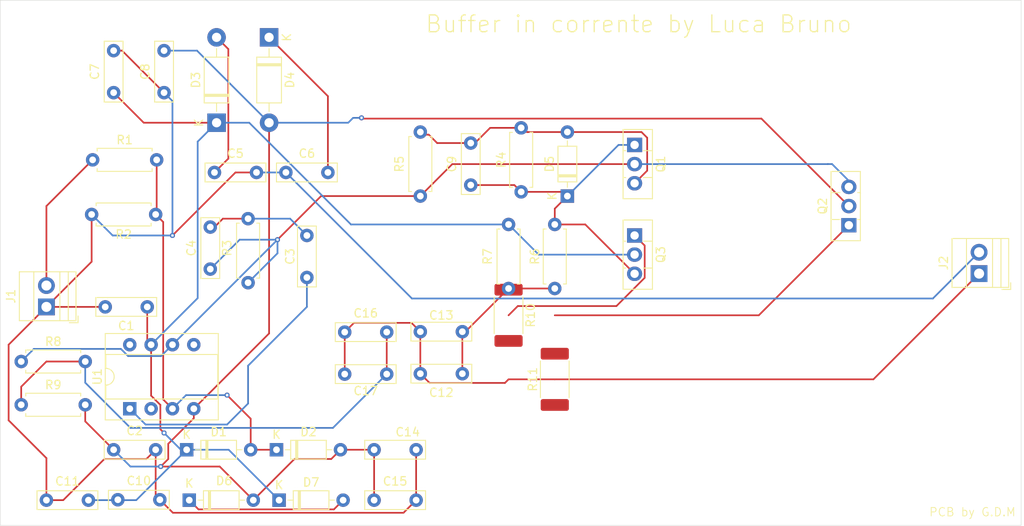
<source format=kicad_pcb>
(kicad_pcb (version 20240108) (generator "pcbnew") (generator_version "8.0")
  (layers (0 "F.Cu" signal) (31 "B.Cu" signal) (34 "B.Paste" user) (35 "F.Paste" user) (36 "B.SilkS" user "B.Silkscreen") (37 "F.SilkS" user "F.Silkscreen") (38 "B.Mask" user) (39 "F.Mask" user) (44 "Edge.Cuts" user))
  (net 0 "")
  (net 1 "+16V")
  (net 2 "GND")
  (net 3 "-16V")
  (net 4 "Net-(C3-Pad2)")
  (net 5 "Net-(U1-BAL1)")
  (net 6 "Net-(Q1-C)")
  (net 7 "VCC")
  (net 8 "VEE")
  (net 9 "Net-(D5-K)")
  (net 10 "Net-(D5-A)")
  (net 11 "Net-(C12-Pad1)")
  (net 12 "Net-(J2-Pin_1)")
  (net 13 "Net-(C16-Pad2)")
  (net 14 "Net-(D1-A)")
  (net 15 "Net-(D6-K)")
  (net 16 "Net-(J1-Pin_2)")
  (net 17 "Net-(Q2-E)")
  (net 18 "Net-(Q3-E)")
  (footprint "Capacitor_THT:C_Rect_L7.0mm_W2.0mm_P5.00mm" (layer "F.Cu") (at 103 74)
    (property "Reference" "C5" (at 2.5 -2.25 0) (layer "F.SilkS"))
    (property "Value" "220nF")
    (pad "1" thru_hole circle (at 0 0) (size 1.6 1.6) (drill 0.8) (layers "*.Cu" "*.Mask") (net 7 "VCC"))
    (pad "2" thru_hole circle (at 5 0) (size 1.6 1.6) (drill 0.8) (layers "*.Cu" "*.Mask") (net 2 "GND"))
  )
  (footprint "Resistor_THT:R_Axial_DIN0207_L6.3mm_D2.5mm_P7.62mm_Horizontal" (layer "F.Cu") (at 139.5 76.31 90)
    (property "Reference" "R4" (at 3.81 -2.37 90) (layer "F.SilkS"))
    (property "Value" "1K")
    (pad "1" thru_hole circle (at 0 0 90) (size 1.6 1.6) (drill 0.8) (layers "*.Cu" "*.Mask") (net 9 "Net-(D5-K)"))
    (pad "2" thru_hole oval (at 7.62 0 90) (size 1.6 1.6) (drill 0.8) (layers "*.Cu" "*.Mask") (net 10 "Net-(D5-A)"))
  )
  (footprint "Capacitor_THT:C_Rect_L7.0mm_W2.0mm_P5.00mm" (layer "F.Cu") (at 133.5 75.5 90)
    (property "Reference" "C9" (at 2.5 -2.25 90) (layer "F.SilkS"))
    (property "Value" "100nF")
    (pad "1" thru_hole circle (at 0 0 90) (size 1.6 1.6) (drill 0.8) (layers "*.Cu" "*.Mask") (net 9 "Net-(D5-K)"))
    (pad "2" thru_hole circle (at 5 0 90) (size 1.6 1.6) (drill 0.8) (layers "*.Cu" "*.Mask") (net 10 "Net-(D5-A)"))
  )
  (footprint "TerminalBlock:TerminalBlock_Xinya_XY308-2.54-2P_1x02_P2.54mm_Horizontal" (layer "F.Cu") (at 83 90 90)
    (property "Reference" "J1" (at 1.27 -4.22 90) (layer "F.SilkS"))
    (property "Value" "INPUT")
    (pad "1" thru_hole rect (at 0 0 90) (size 2 2) (drill 1.2) (layers "*.Cu" "*.Mask") (net 2 "GND"))
    (pad "2" thru_hole circle (at 2.54 0 90) (size 2 2) (drill 1.2) (layers "*.Cu" "*.Mask") (net 16 "Net-(J1-Pin_2)"))
  )
  (footprint "Resistor_SMD:R_2512_6332Metric_Pad1.40x3.35mm_HandSolder" (layer "F.Cu") (at 143.5 98.62 90)
    (property "Reference" "R11" (at 0 -2.62 90) (layer "F.SilkS"))
    (property "Value" "1")
    (pad "1" smd roundrect (at -3.05 0 90) (size 1.4 3.35) (layers "F.Cu" "F.Paste" "F.Mask") (roundrect_rratio 0.178571) (net 12 "Net-(J2-Pin_1)"))
    (pad "2" smd roundrect (at 3.05 0 90) (size 1.4 3.35) (layers "F.Cu" "F.Paste" "F.Mask") (roundrect_rratio 0.178571) (net 17 "Net-(Q2-E)"))
  )
  (footprint "Capacitor_THT:C_Rect_L7.0mm_W2.0mm_P5.00mm" (layer "F.Cu") (at 132.5 97.95 180)
    (property "Reference" "C12" (at 2.5 -2.25 0) (layer "F.SilkS"))
    (property "Value" "100nF")
    (pad "1" thru_hole circle (at 0 0 180) (size 1.6 1.6) (drill 0.8) (layers "*.Cu" "*.Mask") (net 11 "Net-(C12-Pad1)"))
    (pad "2" thru_hole circle (at 5 0 180) (size 1.6 1.6) (drill 0.8) (layers "*.Cu" "*.Mask") (net 12 "Net-(J2-Pin_1)"))
  )
  (footprint "Resistor_THT:R_Axial_DIN0207_L6.3mm_D2.5mm_P7.62mm_Horizontal" (layer "F.Cu") (at 80 101.65)
    (property "Reference" "R9" (at 3.81 -2.37 0) (layer "F.SilkS"))
    (property "Value" "2.2K")
    (pad "1" thru_hole circle (at 0 0) (size 1.6 1.6) (drill 0.8) (layers "*.Cu" "*.Mask") (net 13 "Net-(C16-Pad2)"))
    (pad "2" thru_hole oval (at 7.62 0) (size 1.6 1.6) (drill 0.8) (layers "*.Cu" "*.Mask") (net 3 "-16V"))
  )
  (footprint "Diode_THT:D_DO-41_SOD81_P10.16mm_Horizontal" (layer "F.Cu") (at 103.25 68.08 90)
    (property "Reference" "D3" (at 5.08 -2.47 90) (layer "F.SilkS"))
    (property "Value" "1N4007")
    (fp_text user "K" (at 0 -2.1 90) (layer "F.SilkS"))
    (pad "1" thru_hole rect (at 0 0 90) (size 2.2 2.2) (drill 1.1) (layers "*.Cu" "*.Mask") (net 1 "+16V"))
    (pad "2" thru_hole oval (at 10.16 0 90) (size 2.2 2.2) (drill 1.1) (layers "*.Cu" "*.Mask") (net 7 "VCC"))
  )
  (footprint "Capacitor_THT:C_Rect_L7.0mm_W2.0mm_P5.00mm" (layer "F.Cu") (at 111.5 74)
    (property "Reference" "C6" (at 2.5 -2.25 0) (layer "F.SilkS"))
    (property "Value" "220nF")
    (pad "1" thru_hole circle (at 0 0) (size 1.6 1.6) (drill 0.8) (layers "*.Cu" "*.Mask") (net 2 "GND"))
    (pad "2" thru_hole circle (at 5 0) (size 1.6 1.6) (drill 0.8) (layers "*.Cu" "*.Mask") (net 8 "VEE"))
  )
  (footprint "Resistor_SMD:R_2512_6332Metric_Pad1.40x3.35mm_HandSolder" (layer "F.Cu") (at 138 91 -90)
    (property "Reference" "R10" (at 0 -2.62 -90) (layer "F.SilkS"))
    (property "Value" "1")
    (pad "1" smd roundrect (at -3.05 0 270) (size 1.4 3.35) (layers "F.Cu" "F.Paste" "F.Mask") (roundrect_rratio 0.178571) (net 18 "Net-(Q3-E)"))
    (pad "2" smd roundrect (at 3.05 0 270) (size 1.4 3.35) (layers "F.Cu" "F.Paste" "F.Mask") (roundrect_rratio 0.178571) (net 12 "Net-(J2-Pin_1)"))
  )
  (footprint "Capacitor_THT:C_Rect_L7.0mm_W2.0mm_P5.00mm" (layer "F.Cu") (at 122 107)
    (property "Reference" "C14" (at 4 -2.1 180) (layer "F.SilkS"))
    (property "Value" "100nF")
    (pad "1" thru_hole circle (at 0 0) (size 1.6 1.6) (drill 0.8) (layers "*.Cu" "*.Mask") (net 3 "-16V"))
    (pad "2" thru_hole circle (at 5 0) (size 1.6 1.6) (drill 0.8) (layers "*.Cu" "*.Mask") (net 2 "GND"))
  )
  (footprint "Diode_THT:D_DO-41_SOD81_P10.16mm_Horizontal" (layer "F.Cu") (at 109.5 57.92 -90)
    (property "Reference" "D4" (at 5.08 -2.47 90) (layer "F.SilkS"))
    (property "Value" "1N4007")
    (fp_text user "K" (at 0 -2.1 90) (layer "F.SilkS"))
    (pad "1" thru_hole rect (at 0 0 270) (size 2.2 2.2) (drill 1.1) (layers "*.Cu" "*.Mask") (net 8 "VEE"))
    (pad "2" thru_hole oval (at 10.16 0 270) (size 2.2 2.2) (drill 1.1) (layers "*.Cu" "*.Mask") (net 3 "-16V"))
  )
  (footprint "Resistor_THT:R_Axial_DIN0207_L6.3mm_D2.5mm_P7.62mm_Horizontal" (layer "F.Cu") (at 107 87.12 90)
    (property "Reference" "R3" (at 4.12 -2.5 90) (layer "F.SilkS"))
    (property "Value" "10K")
    (pad "1" thru_hole circle (at 0 0 90) (size 1.6 1.6) (drill 0.8) (layers "*.Cu" "*.Mask") (net 6 "Net-(Q1-C)"))
    (pad "2" thru_hole oval (at 7.62 0 90) (size 1.6 1.6) (drill 0.8) (layers "*.Cu" "*.Mask") (net 4 "Net-(C3-Pad2)"))
  )
  (footprint "Resistor_THT:R_Axial_DIN0207_L6.3mm_D2.5mm_P7.62mm_Horizontal" (layer "F.Cu") (at 88.5 72.5)
    (property "Reference" "R1" (at 3.81 -2.37 0) (layer "F.SilkS"))
    (property "Value" "220")
    (pad "1" thru_hole circle (at 0 0) (size 1.6 1.6) (drill 0.8) (layers "*.Cu" "*.Mask") (net 16 "Net-(J1-Pin_2)"))
    (pad "2" thru_hole oval (at 7.62 0) (size 1.6 1.6) (drill 0.8) (layers "*.Cu" "*.Mask") (net 14 "Net-(D1-A)"))
  )
  (footprint "Capacitor_THT:C_Rect_L7.0mm_W2.0mm_P5.00mm" (layer "F.Cu") (at 95 90 180)
    (property "Reference" "C1" (at 2.5 -2.25 0) (layer "F.SilkS"))
    (property "Value" "100nF")
    (pad "1" thru_hole circle (at 0 0 180) (size 1.6 1.6) (drill 0.8) (layers "*.Cu" "*.Mask") (net 1 "+16V"))
    (pad "2" thru_hole circle (at 5 0 180) (size 1.6 1.6) (drill 0.8) (layers "*.Cu" "*.Mask") (net 2 "GND"))
  )
  (footprint "Resistor_THT:R_Axial_DIN0207_L6.3mm_D2.5mm_P7.62mm_Horizontal" (layer "F.Cu") (at 96 79 180)
    (property "Reference" "R2" (at 3.81 -2.37 180) (layer "F.SilkS"))
    (property "Value" "22K")
    (pad "1" thru_hole circle (at 0 0 180) (size 1.6 1.6) (drill 0.8) (layers "*.Cu" "*.Mask") (net 14 "Net-(D1-A)"))
    (pad "2" thru_hole oval (at 7.62 0 180) (size 1.6 1.6) (drill 0.8) (layers "*.Cu" "*.Mask") (net 2 "GND"))
  )
  (footprint "Capacitor_THT:C_Rect_L7.0mm_W2.0mm_P5.00mm" (layer "F.Cu") (at 91 64.5 90)
    (property "Reference" "C7" (at 2.5 -2.25 90) (layer "F.SilkS"))
    (property "Value" "10uF")
    (pad "1" thru_hole circle (at 0 0 90) (size 1.6 1.6) (drill 0.8) (layers "*.Cu" "*.Mask") (net 1 "+16V"))
    (pad "2" thru_hole circle (at 5 0 90) (size 1.6 1.6) (drill 0.8) (layers "*.Cu" "*.Mask") (net 2 "GND"))
  )
  (footprint "Capacitor_THT:C_Rect_L7.0mm_W2.0mm_P5.00mm" (layer "F.Cu") (at 83 113)
    (property "Reference" "C11" (at 2.5 -2.25 0) (layer "F.SilkS"))
    (property "Value" "100nF")
    (pad "1" thru_hole circle (at 0 0) (size 1.6 1.6) (drill 0.8) (layers "*.Cu" "*.Mask") (net 2 "GND"))
    (pad "2" thru_hole circle (at 5 0) (size 1.6 1.6) (drill 0.8) (layers "*.Cu" "*.Mask") (net 1 "+16V"))
  )
  (footprint "Capacitor_THT:C_Rect_L7.0mm_W2.0mm_P5.00mm" (layer "F.Cu") (at 122 113)
    (property "Reference" "C15" (at 2.5 -2.25 0) (layer "F.SilkS"))
    (property "Value" "10uF")
    (pad "1" thru_hole circle (at 0 0) (size 1.6 1.6) (drill 0.8) (layers "*.Cu" "*.Mask") (net 3 "-16V"))
    (pad "2" thru_hole circle (at 5 0) (size 1.6 1.6) (drill 0.8) (layers "*.Cu" "*.Mask") (net 2 "GND"))
  )
  (footprint "Package_TO_SOT_THT:TO-126-3_Vertical" (layer "F.Cu") (at 178.5 80.28 90)
    (property "Reference" "Q2" (at 2.28 -3.12 90) (layer "F.SilkS"))
    (property "Value" "BD138")
    (pad "1" thru_hole rect (at 0 0 90) (size 1.71 1.8) (drill 1) (layers "*.Cu" "*.Mask") (net 17 "Net-(Q2-E)"))
    (pad "2" thru_hole oval (at 2.28 0 90) (size 1.71 1.8) (drill 1) (layers "*.Cu" "*.Mask") (net 3 "-16V"))
    (pad "3" thru_hole oval (at 4.56 0 90) (size 1.71 1.8) (drill 1) (layers "*.Cu" "*.Mask") (net 6 "Net-(Q1-C)"))
  )
  (footprint "Capacitor_THT:C_Rect_L7.0mm_W2.0mm_P5.00mm" (layer "F.Cu") (at 114 86.5 90)
    (property "Reference" "C3" (at 2.5 -2 -90) (layer "F.SilkS"))
    (property "Value" "12pF")
    (pad "1" thru_hole circle (at 0 0 90) (size 1.6 1.6) (drill 0.8) (layers "*.Cu" "*.Mask") (net 5 "Net-(U1-BAL1)"))
    (pad "2" thru_hole circle (at 5 0 90) (size 1.6 1.6) (drill 0.8) (layers "*.Cu" "*.Mask") (net 4 "Net-(C3-Pad2)"))
  )
  (footprint "Capacitor_THT:C_Rect_L7.0mm_W2.0mm_P5.00mm" (layer "F.Cu") (at 91.5 112.95)
    (property "Reference" "C10" (at 2.5 -2.25 0) (layer "F.SilkS"))
    (property "Value" "10uF")
    (pad "1" thru_hole circle (at 0 0) (size 1.6 1.6) (drill 0.8) (layers "*.Cu" "*.Mask") (net 1 "+16V"))
    (pad "2" thru_hole circle (at 5 0) (size 1.6 1.6) (drill 0.8) (layers "*.Cu" "*.Mask") (net 2 "GND"))
  )
  (footprint "Diode_THT:D_DO-35_SOD27_P7.62mm_Horizontal" (layer "F.Cu") (at 99.69 107)
    (property "Reference" "D1" (at 3.81 -2.12 0) (layer "F.SilkS"))
    (property "Value" "1N4148")
    (fp_text user "K" (at 0 -1.8 0) (layer "F.SilkS"))
    (pad "1" thru_hole rect (at 0 0) (size 1.6 1.6) (drill 0.8) (layers "*.Cu" "*.Mask") (net 1 "+16V"))
    (pad "2" thru_hole oval (at 7.62 0) (size 1.6 1.6) (drill 0.8) (layers "*.Cu" "*.Mask") (net 14 "Net-(D1-A)"))
  )
  (footprint "Diode_THT:D_DO-35_SOD27_P7.62mm_Horizontal" (layer "F.Cu") (at 100 113)
    (property "Reference" "D6" (at 4.15 -2.3 0) (layer "F.SilkS"))
    (property "Value" "D")
    (pad "1" thru_hole rect (at 0 0) (size 1.6 1.6) (drill 0.8) (layers "*.Cu" "*.Mask") (net 15 "Net-(D6-K)"))
    (pad "2" thru_hole oval (at 7.62 0) (size 1.6 1.6) (drill 0.8) (layers "*.Cu" "*.Mask") (net 3 "-16V"))
  )
  (footprint "Resistor_THT:R_Axial_DIN0207_L6.3mm_D2.5mm_P7.62mm_Horizontal" (layer "F.Cu") (at 127.5 69.19 -90)
    (property "Reference" "R5" (at 3.81 2.5 90) (layer "F.SilkS"))
    (property "Value" "560")
    (pad "1" thru_hole circle (at 0 0 270) (size 1.6 1.6) (drill 0.8) (layers "*.Cu" "*.Mask") (net 10 "Net-(D5-A)"))
    (pad "2" thru_hole oval (at 7.62 0 270) (size 1.6 1.6) (drill 0.8) (layers "*.Cu" "*.Mask") (net 6 "Net-(Q1-C)"))
  )
  (footprint "Capacitor_THT:C_Rect_L7.0mm_W2.0mm_P5.00mm" (layer "F.Cu") (at 91 107)
    (property "Reference" "C2" (at 2.5 -2.25 0) (layer "F.SilkS"))
    (property "Value" "100nF")
    (pad "1" thru_hole circle (at 0 0) (size 1.6 1.6) (drill 0.8) (layers "*.Cu" "*.Mask") (net 3 "-16V"))
    (pad "2" thru_hole circle (at 5 0) (size 1.6 1.6) (drill 0.8) (layers "*.Cu" "*.Mask") (net 2 "GND"))
  )
  (footprint "Resistor_THT:R_Axial_DIN0207_L6.3mm_D2.5mm_P7.62mm_Horizontal" (layer "F.Cu") (at 80 96.5)
    (property "Reference" "R8" (at 3.81 -2.37 0) (layer "F.SilkS"))
    (property "Value" "2.2K")
    (pad "1" thru_hole circle (at 0 0) (size 1.6 1.6) (drill 0.8) (layers "*.Cu" "*.Mask") (net 6 "Net-(Q1-C)"))
    (pad "2" thru_hole oval (at 7.62 0) (size 1.6 1.6) (drill 0.8) (layers "*.Cu" "*.Mask") (net 13 "Net-(C16-Pad2)"))
  )
  (footprint "Package_DIP:CERDIP-8_W7.62mm_SideBrazed_Socket" (layer "F.Cu") (at 92.92 102.12 90)
    (property "Reference" "U1" (at 3.81 -3.855 90) (layer "F.SilkS"))
    (property "Value" "LM318N")
    (pad "1" thru_hole rect (at 0 0 90) (size 1.6 1.6) (drill 0.8) (layers "*.Cu" "*.Mask") (net 5 "Net-(U1-BAL1)"))
    (pad "2" thru_hole circle (at 0 2.54 90) (size 1.6 1.6) (drill 0.8) (layers "*.Cu" "*.Mask"))
    (pad "3" thru_hole circle (at 0 5.08 90) (size 1.6 1.6) (drill 0.8) (layers "*.Cu" "*.Mask") (net 14 "Net-(D1-A)"))
    (pad "4" thru_hole circle (at 0 7.62 90) (size 1.6 1.6) (drill 0.8) (layers "*.Cu" "*.Mask") (net 3 "-16V"))
    (pad "5" thru_hole circle (at 7.62 7.62 90) (size 1.6 1.6) (drill 0.8) (layers "*.Cu" "*.Mask"))
    (pad "6" thru_hole circle (at 7.62 5.08 90) (size 1.6 1.6) (drill 0.8) (layers "*.Cu" "*.Mask") (net 6 "Net-(Q1-C)"))
    (pad "7" thru_hole circle (at 7.62 2.54 90) (size 1.6 1.6) (drill 0.8) (layers "*.Cu" "*.Mask") (net 1 "+16V"))
    (pad "8" thru_hole circle (at 7.62 0 90) (size 1.6 1.6) (drill 0.8) (layers "*.Cu" "*.Mask"))
  )
  (footprint "Capacitor_THT:C_Rect_L7.0mm_W2.0mm_P5.00mm" (layer "F.Cu") (at 132.5 92.95 180)
    (property "Reference" "C13" (at 2.5 1.95 0) (layer "F.SilkS"))
    (property "Value" "22uF")
    (pad "1" thru_hole circle (at 0 0 180) (size 1.6 1.6) (drill 0.8) (layers "*.Cu" "*.Mask") (net 11 "Net-(C12-Pad1)"))
    (pad "2" thru_hole circle (at 5 0 180) (size 1.6 1.6) (drill 0.8) (layers "*.Cu" "*.Mask") (net 12 "Net-(J2-Pin_1)"))
  )
  (footprint "TerminalBlock:TerminalBlock_Xinya_XY308-2.54-2P_1x02_P2.54mm_Horizontal" (layer "F.Cu") (at 194 86.04 90)
    (property "Reference" "J2" (at 1.27 -4.22 90) (layer "F.SilkS"))
    (property "Value" "OUTPUT")
    (pad "1" thru_hole rect (at 0 0 90) (size 2 2) (drill 1.2) (layers "*.Cu" "*.Mask") (net 12 "Net-(J2-Pin_1)"))
    (pad "2" thru_hole circle (at 2.54 0 90) (size 2 2) (drill 1.2) (layers "*.Cu" "*.Mask") (net 2 "GND"))
  )
  (footprint "Diode_THT:D_DO-35_SOD27_P7.62mm_Horizontal" (layer "F.Cu") (at 110.69 113)
    (property "Reference" "D7" (at 3.81 -2.12 0) (layer "F.SilkS"))
    (property "Value" "D")
    (fp_text user "K" (at 0 -1.8 0) (layer "F.SilkS"))
    (pad "1" thru_hole rect (at 0 0) (size 1.6 1.6) (drill 0.8) (layers "*.Cu" "*.Mask") (net 1 "+16V"))
    (pad "2" thru_hole oval (at 7.62 0) (size 1.6 1.6) (drill 0.8) (layers "*.Cu" "*.Mask") (net 15 "Net-(D6-K)"))
  )
  (footprint "Resistor_THT:R_Axial_DIN0207_L6.3mm_D2.5mm_P7.62mm_Horizontal" (layer "F.Cu") (at 143.5 87.81 90)
    (property "Reference" "R6" (at 3.81 -2.37 90) (layer "F.SilkS"))
    (property "Value" "2.2K")
    (pad "1" thru_hole circle (at 0 0 90) (size 1.6 1.6) (drill 0.8) (layers "*.Cu" "*.Mask") (net 11 "Net-(C12-Pad1)"))
    (pad "2" thru_hole oval (at 7.62 0 90) (size 1.6 1.6) (drill 0.8) (layers "*.Cu" "*.Mask") (net 9 "Net-(D5-K)"))
  )
  (footprint "Resistor_THT:R_Axial_DIN0207_L6.3mm_D2.5mm_P7.62mm_Horizontal" (layer "F.Cu") (at 138 80.19 -90)
    (property "Reference" "R7" (at 3.81 2.5 90) (layer "F.SilkS"))
    (property "Value" "2.2K")
    (pad "1" thru_hole circle (at 0 0 270) (size 1.6 1.6) (drill 0.8) (layers "*.Cu" "*.Mask") (net 1 "+16V"))
    (pad "2" thru_hole oval (at 7.62 0 270) (size 1.6 1.6) (drill 0.8) (layers "*.Cu" "*.Mask") (net 11 "Net-(C12-Pad1)"))
  )
  (footprint "Capacitor_THT:C_Rect_L7.0mm_W2.0mm_P5.00mm" (layer "F.Cu") (at 102.5 85.5 90)
    (property "Reference" "C4" (at 2.5 -2.25 -90) (layer "F.SilkS"))
    (property "Value" "12pF")
    (pad "1" thru_hole circle (at 0 0 90) (size 1.6 1.6) (drill 0.8) (layers "*.Cu" "*.Mask") (net 6 "Net-(Q1-C)"))
    (pad "2" thru_hole circle (at 5 0 90) (size 1.6 1.6) (drill 0.8) (layers "*.Cu" "*.Mask") (net 4 "Net-(C3-Pad2)"))
  )
  (footprint "Diode_THT:D_DO-35_SOD27_P7.62mm_Horizontal" (layer "F.Cu") (at 110.38 107)
    (property "Reference" "D2" (at 3.81 -2.12 0) (layer "F.SilkS"))
    (property "Value" "1N4148")
    (fp_text user "K" (at 0 -1.8 0) (layer "F.SilkS"))
    (pad "1" thru_hole rect (at 0 0) (size 1.6 1.6) (drill 0.8) (layers "*.Cu" "*.Mask") (net 14 "Net-(D1-A)"))
    (pad "2" thru_hole oval (at 7.62 0) (size 1.6 1.6) (drill 0.8) (layers "*.Cu" "*.Mask") (net 3 "-16V"))
  )
  (footprint "Package_TO_SOT_THT:TO-126-3_Vertical" (layer "F.Cu") (at 153 81.5 -90)
    (property "Reference" "Q3" (at 2.28 -3.12 90) (layer "F.SilkS"))
    (property "Value" "BD138")
    (pad "1" thru_hole rect (at 0 0 270) (size 1.71 1.8) (drill 1) (layers "*.Cu" "*.Mask") (net 18 "Net-(Q3-E)"))
    (pad "2" thru_hole oval (at 2.28 0 270) (size 1.71 1.8) (drill 1) (layers "*.Cu" "*.Mask") (net 1 "+16V"))
    (pad "3" thru_hole oval (at 4.56 0 270) (size 1.71 1.8) (drill 1) (layers "*.Cu" "*.Mask") (net 9 "Net-(D5-K)"))
  )
  (footprint "Diode_THT:D_DO-35_SOD27_P7.62mm_Horizontal" (layer "F.Cu") (at 145 76.81 90)
    (property "Reference" "D5" (at 3.81 -2.12 90) (layer "F.SilkS"))
    (property "Value" "1N4148")
    (fp_text user "K" (at 0 -1.8 90) (layer "F.SilkS"))
    (pad "1" thru_hole rect (at 0 0 90) (size 1.6 1.6) (drill 0.8) (layers "*.Cu" "*.Mask") (net 9 "Net-(D5-K)"))
    (pad "2" thru_hole oval (at 7.62 0 90) (size 1.6 1.6) (drill 0.8) (layers "*.Cu" "*.Mask") (net 10 "Net-(D5-A)"))
  )
  (footprint "Package_TO_SOT_THT:TO-126-3_Vertical" (layer "F.Cu") (at 153 70.725 -90)
    (property "Reference" "Q1" (at 2.28 -3.12 90) (layer "F.SilkS"))
    (property "Value" "BD138")
    (pad "1" thru_hole rect (at 0 0 270) (size 1.71 1.8) (drill 1) (layers "*.Cu" "*.Mask") (net 9 "Net-(D5-K)"))
    (pad "2" thru_hole oval (at 2.28 0 270) (size 1.71 1.8) (drill 1) (layers "*.Cu" "*.Mask") (net 6 "Net-(Q1-C)"))
    (pad "3" thru_hole oval (at 4.56 0 270) (size 1.71 1.8) (drill 1) (layers "*.Cu" "*.Mask") (net 10 "Net-(D5-A)"))
  )
  (footprint "Capacitor_THT:C_Rect_L7.0mm_W2.0mm_P5.00mm" (layer "F.Cu") (at 118.5 93)
    (property "Reference" "C16" (at 2.5 -2.25 0) (layer "F.SilkS"))
    (property "Value" "100nF")
    (pad "1" thru_hole circle (at 0 0) (size 1.6 1.6) (drill 0.8) (layers "*.Cu" "*.Mask") (net 12 "Net-(J2-Pin_1)"))
    (pad "2" thru_hole circle (at 5 0) (size 1.6 1.6) (drill 0.8) (layers "*.Cu" "*.Mask") (net 13 "Net-(C16-Pad2)"))
  )
  (footprint "Capacitor_THT:C_Rect_L7.0mm_W2.0mm_P5.00mm" (layer "F.Cu") (at 118.5 98)
    (property "Reference" "C17" (at 2.5 2 0) (layer "F.SilkS"))
    (property "Value" "22uF")
    (pad "1" thru_hole circle (at 0 0) (size 1.6 1.6) (drill 0.8) (layers "*.Cu" "*.Mask") (net 12 "Net-(J2-Pin_1)"))
    (pad "2" thru_hole circle (at 5 0) (size 1.6 1.6) (drill 0.8) (layers "*.Cu" "*.Mask") (net 13 "Net-(C16-Pad2)"))
  )
  (footprint "Capacitor_THT:C_Rect_L7.0mm_W2.0mm_P5.00mm" (layer "F.Cu") (at 97 64.5 90)
    (property "Reference" "C8" (at 2.5 -2.25 90) (layer "F.SilkS"))
    (property "Value" "10uF")
    (pad "1" thru_hole circle (at 0 0 90) (size 1.6 1.6) (drill 0.8) (layers "*.Cu" "*.Mask") (net 2 "GND"))
    (pad "2" thru_hole circle (at 5 0 90) (size 1.6 1.6) (drill 0.8) (layers "*.Cu" "*.Mask") (net 3 "-16V"))
  )
  (gr_rect (start 77.5 53.5) (end 199 116) (stroke (width 0.05)) (fill none) (layer "Edge.Cuts"))
  (gr_text "Buffer in corrente by Luca Bruno" (at 128 57.5 0) (layer "F.SilkS") (effects (font (size 2 2)) (justify left bottom)))
  (gr_text "PCB by G.D.M" (at 188 115 0) (layer "F.SilkS") (effects (font (size 1 1) (thickness 0.1)) (justify left bottom)))
  (gr_text "K" (at 100 111 0) (layer "F.SilkS") (effects (font (size 1 1))))
  (segment (start 94.58 68.08) (end 91 64.5) (width 0.2) (layer "F.Cu") (net 1))
  (segment (start 95.46 94.5) (end 95.46 100.564365) (width 0.2) (layer "F.Cu") (net 1))
  (segment (start 103.25 68.08) (end 94.58 68.08) (width 0.2) (layer "F.Cu") (net 1))
  (segment (start 95 90) (end 95 94.04) (width 0.2) (layer "F.Cu") (net 1))
  (segment (start 96.56 101.664365) (end 96.56 104.56) (width 0.2) (layer "F.Cu") (net 1))
  (segment (start 95.46 100.564365) (end 96.56 101.664365) (width 0.2) (layer "F.Cu") (net 1))
  (segment (start 95 94.04) (end 95.46 94.5) (width 0.2) (layer "F.Cu") (net 1))
  (segment (start 96.56 104.56) (end 97 105) (width 0.2) (layer "F.Cu") (net 1))
  (via (at 97 105) (size 0.6) (drill 0.3) (layers "F.Cu" "B.Cu") (net 1))
  (segment (start 101 88.96) (end 101 70.33) (width 0.2) (layer "B.Cu") (net 1))
  (segment (start 95.46 94.5) (end 101 88.96) (width 0.2) (layer "B.Cu") (net 1))
  (segment (start 99.69 107) (end 104.69 107) (width 0.2) (layer "B.Cu") (net 1))
  (segment (start 138 80.19) (end 141.59 83.78) (width 0.2) (layer "B.Cu") (net 1))
  (segment (start 99.69 107) (end 93.69 113) (width 0.2) (layer "B.Cu") (net 1))
  (segment (start 93.69 113) (end 88 113) (width 0.2) (layer "B.Cu") (net 1))
  (segment (start 141.59 83.78) (end 153 83.78) (width 0.2) (layer "B.Cu") (net 1))
  (segment (start 107.135635 68.08) (end 103.25 68.08) (width 0.2) (layer "B.Cu") (net 1))
  (segment (start 97 105) (end 99 107) (width 0.2) (layer "B.Cu") (net 1))
  (segment (start 99 107) (end 99.69 107) (width 0.2) (layer "B.Cu") (net 1))
  (segment (start 101 70.33) (end 103.25 68.08) (width 0.2) (layer "B.Cu") (net 1))
  (segment (start 119.245635 80.19) (end 107.135635 68.08) (width 0.2) (layer "B.Cu") (net 1))
  (segment (start 104.69 107) (end 110.69 113) (width 0.2) (layer "B.Cu") (net 1))
  (segment (start 138 80.19) (end 119.245635 80.19) (width 0.2) (layer "B.Cu") (net 1))
  (segment (start 88.38 84.62) (end 83 90) (width 0.2) (layer "F.Cu") (net 2))
  (segment (start 96.5 112.95) (end 98.05 114.5) (width 0.2) (layer "F.Cu") (net 2))
  (segment (start 78.5 94.5) (end 83 90) (width 0.2) (layer "F.Cu") (net 2))
  (segment (start 98.05 114.5) (end 125.5 114.5) (width 0.2) (layer "F.Cu") (net 2))
  (segment (start 96.5 112.5) (end 96.5 112.95) (width 0.2) (layer "F.Cu") (net 2))
  (segment (start 125.5 114.5) (end 127 113) (width 0.2) (layer "F.Cu") (net 2))
  (segment (start 96 107) (end 96 112.45) (width 0.2) (layer "F.Cu") (net 2))
  (segment (start 89.9 108.1) (end 94.9 108.1) (width 0.2) (layer "F.Cu") (net 2))
  (segment (start 127 107) (end 127 113) (width 0.2) (layer "F.Cu") (net 2))
  (segment (start 88.38 79) (end 88.38 84.62) (width 0.2) (layer "F.Cu") (net 2))
  (segment (start 78.5 103.5) (end 78.5 94.5) (width 0.2) (layer "F.Cu") (net 2))
  (segment (start 83 113) (end 85 113) (width 0.2) (layer "F.Cu") (net 2))
  (segment (start 83 113) (end 83 108) (width 0.2) (layer "F.Cu") (net 2))
  (segment (start 108 74) (end 105.5 74) (width 0.2) (layer "F.Cu") (net 2))
  (segment (start 83 89.46) (end 83 90) (width 0.2) (layer "F.Cu") (net 2))
  (segment (start 82 107) (end 78.5 103.5) (width 0.2) (layer "F.Cu") (net 2))
  (segment (start 94.9 108.1) (end 96 107) (width 0.2) (layer "F.Cu") (net 2))
  (segment (start 105.5 74) (end 98 81.5) (width 0.2) (layer "F.Cu") (net 2))
  (segment (start 83 108) (end 82 107) (width 0.2) (layer "F.Cu") (net 2))
  (segment (start 90 90) (end 83 90) (width 0.2) (layer "F.Cu") (net 2))
  (segment (start 85 113) (end 89.9 108.1) (width 0.2) (layer "F.Cu") (net 2))
  (segment (start 92 59.5) (end 91 59.5) (width 0.2) (layer "F.Cu") (net 2))
  (segment (start 97 64.5) (end 92 59.5) (width 0.2) (layer "F.Cu") (net 2))
  (segment (start 96 112.45) (end 96.5 112.95) (width 0.2) (layer "F.Cu") (net 2))
  (via (at 98 81.5) (size 0.6) (drill 0.3) (layers "F.Cu" "B.Cu") (net 2))
  (segment (start 97 64.5) (end 98 65.5) (width 0.2) (layer "B.Cu") (net 2))
  (segment (start 188.5 89) (end 126.5 89) (width 0.2) (layer "B.Cu") (net 2))
  (segment (start 98 81.5) (end 90.88 81.5) (width 0.2) (layer "B.Cu") (net 2))
  (segment (start 90.88 81.5) (end 88.38 79) (width 0.2) (layer "B.Cu") (net 2))
  (segment (start 98 65.5) (end 98 81.5) (width 0.2) (layer "B.Cu") (net 2))
  (segment (start 194 83.5) (end 188.5 89) (width 0.2) (layer "B.Cu") (net 2))
  (segment (start 126.5 89) (end 111.5 74) (width 0.2) (layer "B.Cu") (net 2))
  (segment (start 108 74) (end 111.5 74) (width 0.2) (layer "B.Cu") (net 2))
  (segment (start 100.54 103.25137) (end 97.5 106.29137) (width 0.2) (layer "F.Cu") (net 3))
  (segment (start 122 113) (end 122 107) (width 0.2) (layer "F.Cu") (net 3))
  (segment (start 87.62 101.65) (end 87.62 103.62) (width 0.2) (layer "F.Cu") (net 3))
  (segment (start 178.5 78) (end 168.09 67.59) (width 0.2) (layer "F.Cu") (net 3))
  (segment (start 87.62 103.62) (end 91 107) (width 0.2) (layer "F.Cu") (net 3))
  (segment (start 97.5 106.29137) (end 97.5 108.1) (width 0.2) (layer "F.Cu") (net 3))
  (segment (start 97.5 108.1) (end 96.6 109) (width 0.2) (layer "F.Cu") (net 3))
  (segment (start 118 107) (end 116.9 108.1) (width 0.2) (layer "F.Cu") (net 3))
  (segment (start 109.5 68.08) (end 109.5 93.16) (width 0.2) (layer "F.Cu") (net 3))
  (segment (start 168.09 67.59) (end 120.59 67.59) (width 0.2) (layer "F.Cu") (net 3))
  (segment (start 109.5 93.16) (end 100.54 102.12) (width 0.2) (layer "F.Cu") (net 3))
  (segment (start 112.52 108.1) (end 107.62 113) (width 0.2) (layer "F.Cu") (net 3))
  (segment (start 120.59 67.59) (end 120.5 67.5) (width 0.2) (layer "F.Cu") (net 3))
  (segment (start 96.6 109) (end 103.62 109) (width 0.2) (layer "F.Cu") (net 3))
  (segment (start 116.9 108.1) (end 112.52 108.1) (width 0.2) (layer "F.Cu") (net 3))
  (segment (start 103.62 109) (end 107.62 113) (width 0.2) (layer "F.Cu") (net 3))
  (segment (start 100.54 102.12) (end 100.54 103.25137) (width 0.2) (layer "F.Cu") (net 3))
  (segment (start 122 107) (end 118 107) (width 0.2) (layer "F.Cu") (net 3))
  (via (at 120.5 67.5) (size 0.6) (drill 0.3) (layers "F.Cu" "B.Cu") (net 3))
  (via (at 96.6 109) (size 0.6) (drill 0.3) (layers "F.Cu" "B.Cu") (net 3))
  (segment (start 93 109) (end 96.6 109) (width 0.2) (layer "B.Cu") (net 3))
  (segment (start 109.5 68.08) (end 100.92 59.5) (width 0.2) (layer "B.Cu") (net 3))
  (segment (start 118.92 68.08) (end 109.5 68.08) (width 0.2) (layer "B.Cu") (net 3))
  (segment (start 100.92 59.5) (end 97 59.5) (width 0.2) (layer "B.Cu") (net 3))
  (segment (start 120.5 67.5) (end 119.5 67.5) (width 0.2) (layer "B.Cu") (net 3))
  (segment (start 91 107) (end 93 109) (width 0.2) (layer "B.Cu") (net 3))
  (segment (start 119.5 67.5) (end 118.92 68.08) (width 0.2) (layer "B.Cu") (net 3))
  (segment (start 103 80.5) (end 104 79.5) (width 0.2) (layer "F.Cu") (net 4))
  (segment (start 104 79.5) (end 107 79.5) (width 0.2) (layer "F.Cu") (net 4))
  (segment (start 102.5 80.5) (end 103 80.5) (width 0.2) (layer "F.Cu") (net 4))
  (segment (start 107 79.5) (end 112 79.5) (width 0.2) (layer "B.Cu") (net 4))
  (segment (start 112 79.5) (end 114 81.5) (width 0.2) (layer "B.Cu") (net 4))
  (segment (start 107 101.5) (end 107 97) (width 0.2) (layer "B.Cu") (net 5))
  (segment (start 94.8 104) (end 92.92 102.12) (width 0.2) (layer "B.Cu") (net 5))
  (segment (start 114 86.5) (end 114 90) (width 0.2) (layer "B.Cu") (net 5))
  (segment (start 114 90) (end 107 97) (width 0.2) (layer "B.Cu") (net 5))
  (segment (start 104.5 104) (end 94.8 104) (width 0.2) (layer "B.Cu") (net 5))
  (segment (start 107 101.5) (end 104.5 104) (width 0.2) (layer "B.Cu") (net 5))
  (segment (start 115.69 76.81) (end 127.5 76.81) (width 0.2) (layer "F.Cu") (net 6))
  (segment (start 131.305 73.005) (end 153 73.005) (width 0.2) (layer "F.Cu") (net 6))
  (segment (start 110.5 82) (end 115.69 76.81) (width 0.2) (layer "F.Cu") (net 6))
  (segment (start 153 73.005) (end 152.995 73) (width 0.2) (layer "F.Cu") (net 6))
  (segment (start 127.5 76.81) (end 131.305 73.005) (width 0.2) (layer "F.Cu") (net 6))
  (via (at 110.5 82) (size 0.6) (drill 0.3) (layers "F.Cu" "B.Cu") (net 6))
  (segment (start 102.5 85.5) (end 106 82) (width 0.2) (layer "B.Cu") (net 6))
  (segment (start 178.5 75) (end 176.5 73) (width 0.2) (layer "B.Cu") (net 6))
  (segment (start 176 73) (end 175.995 73.005) (width 0.2) (layer "B.Cu") (net 6))
  (segment (start 96.65 95.85) (end 98 94.5) (width 0.2) (layer "B.Cu") (net 6))
  (segment (start 175.995 73.005) (end 153 73.005) (width 0.2) (layer "B.Cu") (net 6))
  (segment (start 81.5 95) (end 80 96.5) (width 0.2) (layer "B.Cu") (net 6))
  (segment (start 176.5 73) (end 176 73) (width 0.2) (layer "B.Cu") (net 6))
  (segment (start 178.5 75.72) (end 178.5 75) (width 0.2) (layer "B.Cu") (net 6))
  (segment (start 92.714365 95.85) (end 91.864365 95) (width 0.2) (layer "B.Cu") (net 6))
  (segment (start 107 87.12) (end 110.5 83.62) (width 0.2) (layer "B.Cu") (net 6))
  (segment (start 91.864365 95) (end 81.5 95) (width 0.2) (layer "B.Cu") (net 6))
  (segment (start 106 82) (end 110.5 82) (width 0.2) (layer "B.Cu") (net 6))
  (segment (start 110.5 82) (end 98 94.5) (width 0.2) (layer "B.Cu") (net 6))
  (segment (start 96.65 95.85) (end 92.714365 95.85) (width 0.2) (layer "B.Cu") (net 6))
  (segment (start 110.5 83.62) (end 110.5 82) (width 0.2) (layer "B.Cu") (net 6))
  (segment (start 103.25 57.92) (end 104.65 59.32) (width 0.2) (layer "F.Cu") (net 7))
  (segment (start 104.65 72.35) (end 103 74) (width 0.2) (layer "F.Cu") (net 7))
  (segment (start 104.65 59.32) (end 104.65 72.35) (width 0.2) (layer "F.Cu") (net 7))
  (segment (start 109.5 57.92) (end 116.5 64.92) (width 0.2) (layer "F.Cu") (net 8))
  (segment (start 116.5 64.92) (end 116.5 74) (width 0.2) (layer "F.Cu") (net 8))
  (segment (start 138.69 75.5) (end 139.5 76.31) (width 0.2) (layer "F.Cu") (net 9))
  (segment (start 133.5 75.5) (end 138.69 75.5) (width 0.2) (layer "F.Cu") (net 9))
  (segment (start 143.5 78.31) (end 145 76.81) (width 0.2) (layer "F.Cu") (net 9))
  (segment (start 143.5 80.19) (end 143.5 78.31) (width 0.2) (layer "F.Cu") (net 9))
  (segment (start 143.5 80.19) (end 147.13 80.19) (width 0.2) (layer "F.Cu") (net 9))
  (segment (start 144.5 76.31) (end 145 76.81) (width 0.2) (layer "F.Cu") (net 9))
  (segment (start 139.5 76.31) (end 144.5 76.31) (width 0.2) (layer "F.Cu") (net 9))
  (segment (start 147.13 80.19) (end 153 86.06) (width 0.2) (layer "F.Cu") (net 9))
  (segment (start 151.085 70.725) (end 145 76.81) (width 0.2) (layer "B.Cu") (net 9))
  (segment (start 153 70.725) (end 151.085 70.725) (width 0.2) (layer "B.Cu") (net 9))
  (segment (start 139.69 68.69) (end 140.19 69.19) (width 0.2) (layer "F.Cu") (net 10))
  (segment (start 145 69.19) (end 153.82 69.19) (width 0.2) (layer "F.Cu") (net 10))
  (segment (start 153.82 69.19) (end 154.5 69.87) (width 0.2) (layer "F.Cu") (net 10))
  (segment (start 154.5 73.785) (end 153 75.285) (width 0.2) (layer "F.Cu") (net 10))
  (segment (start 133.5 70.5) (end 134 70.5) (width 0.2) (layer "F.Cu") (net 10))
  (segment (start 134 70.5) (end 135.81 68.69) (width 0.2) (layer "F.Cu") (net 10))
  (segment (start 140.19 69.19) (end 145 69.19) (width 0.2) (layer "F.Cu") (net 10))
  (segment (start 135.81 68.69) (end 139.5 68.69) (width 0.2) (layer "F.Cu") (net 10))
  (segment (start 128.5 69.5) (end 127.81 69.5) (width 0.2) (layer "F.Cu") (net 10))
  (segment (start 133.5 70.5) (end 129.5 70.5) (width 0.2) (layer "F.Cu") (net 10))
  (segment (start 129.5 70.5) (end 128.5 69.5) (width 0.2) (layer "F.Cu") (net 10))
  (segment (start 127.81 69.5) (end 127.5 69.19) (width 0.2) (layer "F.Cu") (net 10))
  (segment (start 139.5 68.69) (end 139.69 68.69) (width 0.2) (layer "F.Cu") (net 10))
  (segment (start 154.5 69.87) (end 154.5 73.785) (width 0.2) (layer "F.Cu") (net 10))
  (segment (start 132.86 92.95) (end 138 87.81) (width 0.2) (layer "F.Cu") (net 11))
  (segment (start 132.5 97.95) (end 132.5 92.95) (width 0.2) (layer "F.Cu") (net 11))
  (segment (start 132.5 92.95) (end 132.86 92.95) (width 0.2) (layer "F.Cu") (net 11))
  (segment (start 143.5 87.81) (end 138 87.81) (width 0.2) (layer "F.Cu") (net 11))
  (segment (start 137.57 99.05) (end 138 98.62) (width 0.2) (layer "F.Cu") (net 12))
  (segment (start 128.6 99.05) (end 137.57 99.05) (width 0.2) (layer "F.Cu") (net 12))
  (segment (start 181.42 98.62) (end 194 86.04) (width 0.2) (layer "F.Cu") (net 12))
  (segment (start 118.5 98) (end 118.5 93) (width 0.2) (layer "F.Cu") (net 12))
  (segment (start 143.5 98.62) (end 181.42 98.62) (width 0.2) (layer "F.Cu") (net 12))
  (segment (start 127.5 97.95) (end 127.5 92.95) (width 0.2) (layer "F.Cu") (net 12))
  (segment (start 119.6 91.9) (end 126.45 91.9) (width 0.2) (layer "F.Cu") (net 12))
  (segment (start 118.5 93) (end 119.6 91.9) (width 0.2) (layer "F.Cu") (net 12))
  (segment (start 126.45 91.9) (end 127.5 92.95) (width 0.2) (layer "F.Cu") (net 12))
  (segment (start 138 98.62) (end 143.5 98.62) (width 0.2) (layer "F.Cu") (net 12))
  (segment (start 127.5 97.95) (end 128.6 99.05) (width 0.2) (layer "F.Cu") (net 12))
  (segment (start 123.5 93) (end 123.5 98) (width 0.2) (layer "F.Cu") (net 13))
  (segment (start 80 101.65) (end 80 99.5) (width 0.2) (layer "F.Cu") (net 13))
  (segment (start 83 96.5) (end 87.62 96.5) (width 0.2) (layer "F.Cu") (net 13))
  (segment (start 80 99.5) (end 83 96.5) (width 0.2) (layer "F.Cu") (net 13))
  (segment (start 87.62 99.02) (end 93 104.4) (width 0.2) (layer "B.Cu") (net 13))
  (segment (start 93 104.4) (end 117.1 104.4) (width 0.2) (layer "B.Cu") (net 13))
  (segment (start 117.1 104.4) (end 123.5 98) (width 0.2) (layer "B.Cu") (net 13))
  (segment (start 87.62 96.5) (end 87.62 99.02) (width 0.2) (layer "B.Cu") (net 13))
  (segment (start 96.9 79.9) (end 96 79) (width 0.2) (layer "F.Cu") (net 14))
  (segment (start 107.31 107) (end 110.38 107) (width 0.2) (layer "F.Cu") (net 14))
  (segment (start 107.31 107) (end 107.31 103.31) (width 0.2) (layer "F.Cu") (net 14))
  (segment (start 96.9 101.02) (end 96.9 79.9) (width 0.2) (layer "F.Cu") (net 14))
  (segment (start 98 102.12) (end 96.9 101.02) (width 0.2) (layer "F.Cu") (net 14))
  (segment (start 96.12 72.5) (end 96.12 78.88) (width 0.2) (layer "F.Cu") (net 14))
  (segment (start 107.31 103.31) (end 104.5 100.5) (width 0.2) (layer "F.Cu") (net 14))
  (segment (start 96.12 78.88) (end 96 79) (width 0.2) (layer "F.Cu") (net 14))
  (via (at 104.5 100.5) (size 0.6) (drill 0.3) (layers "F.Cu" "B.Cu") (net 14))
  (segment (start 104.5 100.5) (end 99.62 100.5) (width 0.2) (layer "B.Cu") (net 14))
  (segment (start 99.62 100.5) (end 98 102.12) (width 0.2) (layer "B.Cu") (net 14))
  (segment (start 117.21 114.1) (end 101.1 114.1) (width 0.2) (layer "F.Cu") (net 15))
  (segment (start 101.1 114.1) (end 100 113) (width 0.2) (layer "F.Cu") (net 15))
  (segment (start 118.31 113) (end 117.21 114.1) (width 0.2) (layer "F.Cu") (net 15))
  (segment (start 83 78) (end 83 87.46) (width 0.2) (layer "F.Cu") (net 16))
  (segment (start 88.5 72.5) (end 83 78) (width 0.2) (layer "F.Cu") (net 16))
  (segment (start 178.5 80.28) (end 167.78 91) (width 0.2) (layer "F.Cu") (net 17))
  (segment (start 167.78 91) (end 143.5 91) (width 0.2) (layer "F.Cu") (net 17))
  (segment (start 154.2 82.7) (end 153 81.5) (width 0.2) (layer "F.Cu") (net 18))
  (segment (start 150.838417 89.9) (end 154.2 86.538417) (width 0.2) (layer "F.Cu") (net 18))
  (segment (start 138 91) (end 139.1 89.9) (width 0.2) (layer "F.Cu") (net 18))
  (segment (start 154.2 86.538417) (end 154.2 82.7) (width 0.2) (layer "F.Cu") (net 18))
  (segment (start 139.1 89.9) (end 150.838417 89.9) (width 0.2) (layer "F.Cu") (net 18))
)
</source>
